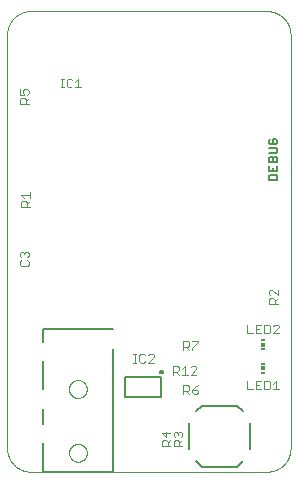
<source format=gto>
G75*
%MOIN*%
%OFA0B0*%
%FSLAX25Y25*%
%IPPOS*%
%LPD*%
%AMOC8*
5,1,8,0,0,1.08239X$1,22.5*
%
%ADD10C,0.00000*%
%ADD11C,0.00300*%
%ADD12R,0.01181X0.00591*%
%ADD13R,0.01181X0.01181*%
%ADD14C,0.00500*%
%ADD15C,0.00600*%
D10*
X0009971Y0009124D02*
X0088711Y0009124D01*
X0088901Y0009126D01*
X0089091Y0009133D01*
X0089281Y0009145D01*
X0089471Y0009161D01*
X0089660Y0009181D01*
X0089849Y0009207D01*
X0090037Y0009236D01*
X0090224Y0009271D01*
X0090410Y0009310D01*
X0090595Y0009353D01*
X0090780Y0009401D01*
X0090963Y0009453D01*
X0091144Y0009509D01*
X0091324Y0009570D01*
X0091503Y0009636D01*
X0091680Y0009705D01*
X0091856Y0009779D01*
X0092029Y0009857D01*
X0092201Y0009940D01*
X0092370Y0010026D01*
X0092538Y0010116D01*
X0092703Y0010211D01*
X0092866Y0010309D01*
X0093026Y0010412D01*
X0093184Y0010518D01*
X0093339Y0010628D01*
X0093492Y0010741D01*
X0093642Y0010859D01*
X0093788Y0010980D01*
X0093932Y0011104D01*
X0094073Y0011232D01*
X0094211Y0011363D01*
X0094346Y0011498D01*
X0094477Y0011636D01*
X0094605Y0011777D01*
X0094729Y0011921D01*
X0094850Y0012067D01*
X0094968Y0012217D01*
X0095081Y0012370D01*
X0095191Y0012525D01*
X0095297Y0012683D01*
X0095400Y0012843D01*
X0095498Y0013006D01*
X0095593Y0013171D01*
X0095683Y0013339D01*
X0095769Y0013508D01*
X0095852Y0013680D01*
X0095930Y0013853D01*
X0096004Y0014029D01*
X0096073Y0014206D01*
X0096139Y0014385D01*
X0096200Y0014565D01*
X0096256Y0014746D01*
X0096308Y0014929D01*
X0096356Y0015114D01*
X0096399Y0015299D01*
X0096438Y0015485D01*
X0096473Y0015672D01*
X0096502Y0015860D01*
X0096528Y0016049D01*
X0096548Y0016238D01*
X0096564Y0016428D01*
X0096576Y0016618D01*
X0096583Y0016808D01*
X0096585Y0016998D01*
X0096585Y0154793D01*
X0096583Y0154983D01*
X0096576Y0155173D01*
X0096564Y0155363D01*
X0096548Y0155553D01*
X0096528Y0155742D01*
X0096502Y0155931D01*
X0096473Y0156119D01*
X0096438Y0156306D01*
X0096399Y0156492D01*
X0096356Y0156677D01*
X0096308Y0156862D01*
X0096256Y0157045D01*
X0096200Y0157226D01*
X0096139Y0157406D01*
X0096073Y0157585D01*
X0096004Y0157762D01*
X0095930Y0157938D01*
X0095852Y0158111D01*
X0095769Y0158283D01*
X0095683Y0158452D01*
X0095593Y0158620D01*
X0095498Y0158785D01*
X0095400Y0158948D01*
X0095297Y0159108D01*
X0095191Y0159266D01*
X0095081Y0159421D01*
X0094968Y0159574D01*
X0094850Y0159724D01*
X0094729Y0159870D01*
X0094605Y0160014D01*
X0094477Y0160155D01*
X0094346Y0160293D01*
X0094211Y0160428D01*
X0094073Y0160559D01*
X0093932Y0160687D01*
X0093788Y0160811D01*
X0093642Y0160932D01*
X0093492Y0161050D01*
X0093339Y0161163D01*
X0093184Y0161273D01*
X0093026Y0161379D01*
X0092866Y0161482D01*
X0092703Y0161580D01*
X0092538Y0161675D01*
X0092370Y0161765D01*
X0092201Y0161851D01*
X0092029Y0161934D01*
X0091856Y0162012D01*
X0091680Y0162086D01*
X0091503Y0162155D01*
X0091324Y0162221D01*
X0091144Y0162282D01*
X0090963Y0162338D01*
X0090780Y0162390D01*
X0090595Y0162438D01*
X0090410Y0162481D01*
X0090224Y0162520D01*
X0090037Y0162555D01*
X0089849Y0162584D01*
X0089660Y0162610D01*
X0089471Y0162630D01*
X0089281Y0162646D01*
X0089091Y0162658D01*
X0088901Y0162665D01*
X0088711Y0162667D01*
X0009971Y0162667D01*
X0009781Y0162665D01*
X0009591Y0162658D01*
X0009401Y0162646D01*
X0009211Y0162630D01*
X0009022Y0162610D01*
X0008833Y0162584D01*
X0008645Y0162555D01*
X0008458Y0162520D01*
X0008272Y0162481D01*
X0008087Y0162438D01*
X0007902Y0162390D01*
X0007719Y0162338D01*
X0007538Y0162282D01*
X0007358Y0162221D01*
X0007179Y0162155D01*
X0007002Y0162086D01*
X0006826Y0162012D01*
X0006653Y0161934D01*
X0006481Y0161851D01*
X0006312Y0161765D01*
X0006144Y0161675D01*
X0005979Y0161580D01*
X0005816Y0161482D01*
X0005656Y0161379D01*
X0005498Y0161273D01*
X0005343Y0161163D01*
X0005190Y0161050D01*
X0005040Y0160932D01*
X0004894Y0160811D01*
X0004750Y0160687D01*
X0004609Y0160559D01*
X0004471Y0160428D01*
X0004336Y0160293D01*
X0004205Y0160155D01*
X0004077Y0160014D01*
X0003953Y0159870D01*
X0003832Y0159724D01*
X0003714Y0159574D01*
X0003601Y0159421D01*
X0003491Y0159266D01*
X0003385Y0159108D01*
X0003282Y0158948D01*
X0003184Y0158785D01*
X0003089Y0158620D01*
X0002999Y0158452D01*
X0002913Y0158283D01*
X0002830Y0158111D01*
X0002752Y0157938D01*
X0002678Y0157762D01*
X0002609Y0157585D01*
X0002543Y0157406D01*
X0002482Y0157226D01*
X0002426Y0157045D01*
X0002374Y0156862D01*
X0002326Y0156677D01*
X0002283Y0156492D01*
X0002244Y0156306D01*
X0002209Y0156119D01*
X0002180Y0155931D01*
X0002154Y0155742D01*
X0002134Y0155553D01*
X0002118Y0155363D01*
X0002106Y0155173D01*
X0002099Y0154983D01*
X0002097Y0154793D01*
X0002097Y0016998D01*
X0002099Y0016808D01*
X0002106Y0016618D01*
X0002118Y0016428D01*
X0002134Y0016238D01*
X0002154Y0016049D01*
X0002180Y0015860D01*
X0002209Y0015672D01*
X0002244Y0015485D01*
X0002283Y0015299D01*
X0002326Y0015114D01*
X0002374Y0014929D01*
X0002426Y0014746D01*
X0002482Y0014565D01*
X0002543Y0014385D01*
X0002609Y0014206D01*
X0002678Y0014029D01*
X0002752Y0013853D01*
X0002830Y0013680D01*
X0002913Y0013508D01*
X0002999Y0013339D01*
X0003089Y0013171D01*
X0003184Y0013006D01*
X0003282Y0012843D01*
X0003385Y0012683D01*
X0003491Y0012525D01*
X0003601Y0012370D01*
X0003714Y0012217D01*
X0003832Y0012067D01*
X0003953Y0011921D01*
X0004077Y0011777D01*
X0004205Y0011636D01*
X0004336Y0011498D01*
X0004471Y0011363D01*
X0004609Y0011232D01*
X0004750Y0011104D01*
X0004894Y0010980D01*
X0005040Y0010859D01*
X0005190Y0010741D01*
X0005343Y0010628D01*
X0005498Y0010518D01*
X0005656Y0010412D01*
X0005816Y0010309D01*
X0005979Y0010211D01*
X0006144Y0010116D01*
X0006312Y0010026D01*
X0006481Y0009940D01*
X0006653Y0009857D01*
X0006826Y0009779D01*
X0007002Y0009705D01*
X0007179Y0009636D01*
X0007358Y0009570D01*
X0007538Y0009509D01*
X0007719Y0009453D01*
X0007902Y0009401D01*
X0008087Y0009353D01*
X0008272Y0009310D01*
X0008458Y0009271D01*
X0008645Y0009236D01*
X0008833Y0009207D01*
X0009022Y0009181D01*
X0009211Y0009161D01*
X0009401Y0009145D01*
X0009591Y0009133D01*
X0009781Y0009126D01*
X0009971Y0009124D01*
X0022766Y0015423D02*
X0022768Y0015531D01*
X0022774Y0015640D01*
X0022784Y0015748D01*
X0022798Y0015855D01*
X0022816Y0015962D01*
X0022837Y0016069D01*
X0022863Y0016174D01*
X0022893Y0016279D01*
X0022926Y0016382D01*
X0022963Y0016484D01*
X0023004Y0016584D01*
X0023048Y0016683D01*
X0023097Y0016781D01*
X0023148Y0016876D01*
X0023203Y0016969D01*
X0023262Y0017061D01*
X0023324Y0017150D01*
X0023389Y0017237D01*
X0023457Y0017321D01*
X0023528Y0017403D01*
X0023602Y0017482D01*
X0023679Y0017558D01*
X0023759Y0017632D01*
X0023842Y0017702D01*
X0023927Y0017770D01*
X0024014Y0017834D01*
X0024104Y0017895D01*
X0024196Y0017953D01*
X0024290Y0018007D01*
X0024386Y0018058D01*
X0024483Y0018105D01*
X0024583Y0018149D01*
X0024684Y0018189D01*
X0024786Y0018225D01*
X0024889Y0018257D01*
X0024994Y0018286D01*
X0025100Y0018310D01*
X0025206Y0018331D01*
X0025313Y0018348D01*
X0025421Y0018361D01*
X0025529Y0018370D01*
X0025638Y0018375D01*
X0025746Y0018376D01*
X0025855Y0018373D01*
X0025963Y0018366D01*
X0026071Y0018355D01*
X0026178Y0018340D01*
X0026285Y0018321D01*
X0026391Y0018298D01*
X0026496Y0018272D01*
X0026601Y0018241D01*
X0026703Y0018207D01*
X0026805Y0018169D01*
X0026905Y0018127D01*
X0027004Y0018082D01*
X0027101Y0018033D01*
X0027195Y0017980D01*
X0027288Y0017924D01*
X0027379Y0017865D01*
X0027468Y0017802D01*
X0027554Y0017737D01*
X0027638Y0017668D01*
X0027719Y0017596D01*
X0027797Y0017521D01*
X0027873Y0017443D01*
X0027946Y0017362D01*
X0028016Y0017279D01*
X0028082Y0017194D01*
X0028146Y0017106D01*
X0028206Y0017015D01*
X0028263Y0016923D01*
X0028316Y0016828D01*
X0028366Y0016732D01*
X0028412Y0016634D01*
X0028455Y0016534D01*
X0028494Y0016433D01*
X0028529Y0016330D01*
X0028561Y0016227D01*
X0028588Y0016122D01*
X0028612Y0016016D01*
X0028632Y0015909D01*
X0028648Y0015802D01*
X0028660Y0015694D01*
X0028668Y0015586D01*
X0028672Y0015477D01*
X0028672Y0015369D01*
X0028668Y0015260D01*
X0028660Y0015152D01*
X0028648Y0015044D01*
X0028632Y0014937D01*
X0028612Y0014830D01*
X0028588Y0014724D01*
X0028561Y0014619D01*
X0028529Y0014516D01*
X0028494Y0014413D01*
X0028455Y0014312D01*
X0028412Y0014212D01*
X0028366Y0014114D01*
X0028316Y0014018D01*
X0028263Y0013923D01*
X0028206Y0013831D01*
X0028146Y0013740D01*
X0028082Y0013652D01*
X0028016Y0013567D01*
X0027946Y0013484D01*
X0027873Y0013403D01*
X0027797Y0013325D01*
X0027719Y0013250D01*
X0027638Y0013178D01*
X0027554Y0013109D01*
X0027468Y0013044D01*
X0027379Y0012981D01*
X0027288Y0012922D01*
X0027196Y0012866D01*
X0027101Y0012813D01*
X0027004Y0012764D01*
X0026905Y0012719D01*
X0026805Y0012677D01*
X0026703Y0012639D01*
X0026601Y0012605D01*
X0026496Y0012574D01*
X0026391Y0012548D01*
X0026285Y0012525D01*
X0026178Y0012506D01*
X0026071Y0012491D01*
X0025963Y0012480D01*
X0025855Y0012473D01*
X0025746Y0012470D01*
X0025638Y0012471D01*
X0025529Y0012476D01*
X0025421Y0012485D01*
X0025313Y0012498D01*
X0025206Y0012515D01*
X0025100Y0012536D01*
X0024994Y0012560D01*
X0024889Y0012589D01*
X0024786Y0012621D01*
X0024684Y0012657D01*
X0024583Y0012697D01*
X0024483Y0012741D01*
X0024386Y0012788D01*
X0024290Y0012839D01*
X0024196Y0012893D01*
X0024104Y0012951D01*
X0024014Y0013012D01*
X0023927Y0013076D01*
X0023842Y0013144D01*
X0023759Y0013214D01*
X0023679Y0013288D01*
X0023602Y0013364D01*
X0023528Y0013443D01*
X0023457Y0013525D01*
X0023389Y0013609D01*
X0023324Y0013696D01*
X0023262Y0013785D01*
X0023203Y0013877D01*
X0023148Y0013970D01*
X0023097Y0014065D01*
X0023048Y0014163D01*
X0023004Y0014262D01*
X0022963Y0014362D01*
X0022926Y0014464D01*
X0022893Y0014567D01*
X0022863Y0014672D01*
X0022837Y0014777D01*
X0022816Y0014884D01*
X0022798Y0014991D01*
X0022784Y0015098D01*
X0022774Y0015206D01*
X0022768Y0015315D01*
X0022766Y0015423D01*
X0022766Y0036683D02*
X0022768Y0036791D01*
X0022774Y0036900D01*
X0022784Y0037008D01*
X0022798Y0037115D01*
X0022816Y0037222D01*
X0022837Y0037329D01*
X0022863Y0037434D01*
X0022893Y0037539D01*
X0022926Y0037642D01*
X0022963Y0037744D01*
X0023004Y0037844D01*
X0023048Y0037943D01*
X0023097Y0038041D01*
X0023148Y0038136D01*
X0023203Y0038229D01*
X0023262Y0038321D01*
X0023324Y0038410D01*
X0023389Y0038497D01*
X0023457Y0038581D01*
X0023528Y0038663D01*
X0023602Y0038742D01*
X0023679Y0038818D01*
X0023759Y0038892D01*
X0023842Y0038962D01*
X0023927Y0039030D01*
X0024014Y0039094D01*
X0024104Y0039155D01*
X0024196Y0039213D01*
X0024290Y0039267D01*
X0024386Y0039318D01*
X0024483Y0039365D01*
X0024583Y0039409D01*
X0024684Y0039449D01*
X0024786Y0039485D01*
X0024889Y0039517D01*
X0024994Y0039546D01*
X0025100Y0039570D01*
X0025206Y0039591D01*
X0025313Y0039608D01*
X0025421Y0039621D01*
X0025529Y0039630D01*
X0025638Y0039635D01*
X0025746Y0039636D01*
X0025855Y0039633D01*
X0025963Y0039626D01*
X0026071Y0039615D01*
X0026178Y0039600D01*
X0026285Y0039581D01*
X0026391Y0039558D01*
X0026496Y0039532D01*
X0026601Y0039501D01*
X0026703Y0039467D01*
X0026805Y0039429D01*
X0026905Y0039387D01*
X0027004Y0039342D01*
X0027101Y0039293D01*
X0027195Y0039240D01*
X0027288Y0039184D01*
X0027379Y0039125D01*
X0027468Y0039062D01*
X0027554Y0038997D01*
X0027638Y0038928D01*
X0027719Y0038856D01*
X0027797Y0038781D01*
X0027873Y0038703D01*
X0027946Y0038622D01*
X0028016Y0038539D01*
X0028082Y0038454D01*
X0028146Y0038366D01*
X0028206Y0038275D01*
X0028263Y0038183D01*
X0028316Y0038088D01*
X0028366Y0037992D01*
X0028412Y0037894D01*
X0028455Y0037794D01*
X0028494Y0037693D01*
X0028529Y0037590D01*
X0028561Y0037487D01*
X0028588Y0037382D01*
X0028612Y0037276D01*
X0028632Y0037169D01*
X0028648Y0037062D01*
X0028660Y0036954D01*
X0028668Y0036846D01*
X0028672Y0036737D01*
X0028672Y0036629D01*
X0028668Y0036520D01*
X0028660Y0036412D01*
X0028648Y0036304D01*
X0028632Y0036197D01*
X0028612Y0036090D01*
X0028588Y0035984D01*
X0028561Y0035879D01*
X0028529Y0035776D01*
X0028494Y0035673D01*
X0028455Y0035572D01*
X0028412Y0035472D01*
X0028366Y0035374D01*
X0028316Y0035278D01*
X0028263Y0035183D01*
X0028206Y0035091D01*
X0028146Y0035000D01*
X0028082Y0034912D01*
X0028016Y0034827D01*
X0027946Y0034744D01*
X0027873Y0034663D01*
X0027797Y0034585D01*
X0027719Y0034510D01*
X0027638Y0034438D01*
X0027554Y0034369D01*
X0027468Y0034304D01*
X0027379Y0034241D01*
X0027288Y0034182D01*
X0027196Y0034126D01*
X0027101Y0034073D01*
X0027004Y0034024D01*
X0026905Y0033979D01*
X0026805Y0033937D01*
X0026703Y0033899D01*
X0026601Y0033865D01*
X0026496Y0033834D01*
X0026391Y0033808D01*
X0026285Y0033785D01*
X0026178Y0033766D01*
X0026071Y0033751D01*
X0025963Y0033740D01*
X0025855Y0033733D01*
X0025746Y0033730D01*
X0025638Y0033731D01*
X0025529Y0033736D01*
X0025421Y0033745D01*
X0025313Y0033758D01*
X0025206Y0033775D01*
X0025100Y0033796D01*
X0024994Y0033820D01*
X0024889Y0033849D01*
X0024786Y0033881D01*
X0024684Y0033917D01*
X0024583Y0033957D01*
X0024483Y0034001D01*
X0024386Y0034048D01*
X0024290Y0034099D01*
X0024196Y0034153D01*
X0024104Y0034211D01*
X0024014Y0034272D01*
X0023927Y0034336D01*
X0023842Y0034404D01*
X0023759Y0034474D01*
X0023679Y0034548D01*
X0023602Y0034624D01*
X0023528Y0034703D01*
X0023457Y0034785D01*
X0023389Y0034869D01*
X0023324Y0034956D01*
X0023262Y0035045D01*
X0023203Y0035137D01*
X0023148Y0035230D01*
X0023097Y0035325D01*
X0023048Y0035423D01*
X0023004Y0035522D01*
X0022963Y0035622D01*
X0022926Y0035724D01*
X0022893Y0035827D01*
X0022863Y0035932D01*
X0022837Y0036037D01*
X0022816Y0036144D01*
X0022798Y0036251D01*
X0022784Y0036358D01*
X0022774Y0036466D01*
X0022768Y0036575D01*
X0022766Y0036683D01*
D11*
X0044226Y0045504D02*
X0045193Y0045504D01*
X0044709Y0045504D02*
X0044709Y0048407D01*
X0044226Y0048407D02*
X0045193Y0048407D01*
X0046190Y0047923D02*
X0046190Y0045988D01*
X0046674Y0045504D01*
X0047641Y0045504D01*
X0048125Y0045988D01*
X0049136Y0045504D02*
X0051071Y0047439D01*
X0051071Y0047923D01*
X0050588Y0048407D01*
X0049620Y0048407D01*
X0049136Y0047923D01*
X0048125Y0047923D02*
X0047641Y0048407D01*
X0046674Y0048407D01*
X0046190Y0047923D01*
X0049136Y0045504D02*
X0051071Y0045504D01*
X0057384Y0044410D02*
X0057384Y0041507D01*
X0057384Y0042475D02*
X0058835Y0042475D01*
X0059319Y0042958D01*
X0059319Y0043926D01*
X0058835Y0044410D01*
X0057384Y0044410D01*
X0058352Y0042475D02*
X0059319Y0041507D01*
X0060331Y0041507D02*
X0062266Y0041507D01*
X0061298Y0041507D02*
X0061298Y0044410D01*
X0060331Y0043442D01*
X0063277Y0043926D02*
X0063761Y0044410D01*
X0064728Y0044410D01*
X0065212Y0043926D01*
X0065212Y0043442D01*
X0063277Y0041507D01*
X0065212Y0041507D01*
X0065744Y0037973D02*
X0064776Y0037489D01*
X0063809Y0036521D01*
X0065260Y0036521D01*
X0065744Y0036038D01*
X0065744Y0035554D01*
X0065260Y0035070D01*
X0064292Y0035070D01*
X0063809Y0035554D01*
X0063809Y0036521D01*
X0062797Y0036521D02*
X0062797Y0037489D01*
X0062313Y0037973D01*
X0060862Y0037973D01*
X0060862Y0035070D01*
X0060862Y0036038D02*
X0062313Y0036038D01*
X0062797Y0036521D01*
X0061830Y0036038D02*
X0062797Y0035070D01*
X0059987Y0022482D02*
X0059503Y0022482D01*
X0059020Y0021999D01*
X0059020Y0021515D01*
X0059020Y0021999D02*
X0058536Y0022482D01*
X0058052Y0022482D01*
X0057568Y0021999D01*
X0057568Y0021031D01*
X0058052Y0020547D01*
X0058052Y0019536D02*
X0057568Y0019052D01*
X0057568Y0017601D01*
X0060471Y0017601D01*
X0059503Y0017601D02*
X0059503Y0019052D01*
X0059020Y0019536D01*
X0058052Y0019536D01*
X0059503Y0018568D02*
X0060471Y0019536D01*
X0059987Y0020547D02*
X0060471Y0021031D01*
X0060471Y0021999D01*
X0059987Y0022482D01*
X0056534Y0021999D02*
X0053631Y0021999D01*
X0055083Y0020547D01*
X0055083Y0022482D01*
X0055083Y0019536D02*
X0054115Y0019536D01*
X0053631Y0019052D01*
X0053631Y0017601D01*
X0056534Y0017601D01*
X0055566Y0017601D02*
X0055566Y0019052D01*
X0055083Y0019536D01*
X0055566Y0018568D02*
X0056534Y0019536D01*
X0060862Y0049834D02*
X0060862Y0052736D01*
X0062313Y0052736D01*
X0062797Y0052253D01*
X0062797Y0051285D01*
X0062313Y0050801D01*
X0060862Y0050801D01*
X0061830Y0050801D02*
X0062797Y0049834D01*
X0063809Y0049834D02*
X0063809Y0050318D01*
X0065744Y0052253D01*
X0065744Y0052736D01*
X0063809Y0052736D01*
X0081997Y0055287D02*
X0083932Y0055287D01*
X0084943Y0055287D02*
X0086878Y0055287D01*
X0087890Y0055287D02*
X0089341Y0055287D01*
X0089825Y0055770D01*
X0089825Y0057705D01*
X0089341Y0058189D01*
X0087890Y0058189D01*
X0087890Y0055287D01*
X0085911Y0056738D02*
X0084943Y0056738D01*
X0084943Y0058189D02*
X0084943Y0055287D01*
X0084943Y0058189D02*
X0086878Y0058189D01*
X0090836Y0057705D02*
X0091320Y0058189D01*
X0092287Y0058189D01*
X0092771Y0057705D01*
X0092771Y0057222D01*
X0090836Y0055287D01*
X0092771Y0055287D01*
X0092293Y0064936D02*
X0089390Y0064936D01*
X0089390Y0066387D01*
X0089874Y0066871D01*
X0090842Y0066871D01*
X0091325Y0066387D01*
X0091325Y0064936D01*
X0091325Y0065904D02*
X0092293Y0066871D01*
X0092293Y0067883D02*
X0090358Y0069818D01*
X0089874Y0069818D01*
X0089390Y0069334D01*
X0089390Y0068366D01*
X0089874Y0067883D01*
X0092293Y0067883D02*
X0092293Y0069818D01*
X0081997Y0058189D02*
X0081997Y0055287D01*
X0081997Y0039488D02*
X0081997Y0036586D01*
X0083932Y0036586D01*
X0084943Y0036586D02*
X0086878Y0036586D01*
X0087890Y0036586D02*
X0089341Y0036586D01*
X0089825Y0037070D01*
X0089825Y0039005D01*
X0089341Y0039488D01*
X0087890Y0039488D01*
X0087890Y0036586D01*
X0085911Y0038037D02*
X0084943Y0038037D01*
X0084943Y0039488D02*
X0084943Y0036586D01*
X0084943Y0039488D02*
X0086878Y0039488D01*
X0090836Y0038521D02*
X0091804Y0039488D01*
X0091804Y0036586D01*
X0092771Y0036586D02*
X0090836Y0036586D01*
X0026810Y0137227D02*
X0024875Y0137227D01*
X0025842Y0137227D02*
X0025842Y0140129D01*
X0024875Y0139162D01*
X0023863Y0139645D02*
X0023379Y0140129D01*
X0022412Y0140129D01*
X0021928Y0139645D01*
X0021928Y0137711D01*
X0022412Y0137227D01*
X0023379Y0137227D01*
X0023863Y0137711D01*
X0020931Y0137227D02*
X0019964Y0137227D01*
X0020448Y0137227D02*
X0020448Y0140129D01*
X0020931Y0140129D02*
X0019964Y0140129D01*
X0009290Y0136172D02*
X0009290Y0135204D01*
X0008806Y0134721D01*
X0007839Y0134721D02*
X0007355Y0135688D01*
X0007355Y0136172D01*
X0007839Y0136656D01*
X0008806Y0136656D01*
X0009290Y0136172D01*
X0007839Y0134721D02*
X0006387Y0134721D01*
X0006387Y0136656D01*
X0006871Y0133709D02*
X0006387Y0133225D01*
X0006387Y0131774D01*
X0009290Y0131774D01*
X0008322Y0131774D02*
X0008322Y0133225D01*
X0007839Y0133709D01*
X0006871Y0133709D01*
X0008322Y0132741D02*
X0009290Y0133709D01*
X0009616Y0102298D02*
X0009616Y0100363D01*
X0009616Y0101330D02*
X0006713Y0101330D01*
X0007681Y0100363D01*
X0007197Y0099351D02*
X0008165Y0099351D01*
X0008648Y0098868D01*
X0008648Y0097416D01*
X0009616Y0097416D02*
X0006713Y0097416D01*
X0006713Y0098868D01*
X0007197Y0099351D01*
X0008648Y0098384D02*
X0009616Y0099351D01*
X0008806Y0082522D02*
X0009290Y0082038D01*
X0009290Y0081070D01*
X0008806Y0080587D01*
X0008806Y0079575D02*
X0009290Y0079091D01*
X0009290Y0078124D01*
X0008806Y0077640D01*
X0006871Y0077640D01*
X0006387Y0078124D01*
X0006387Y0079091D01*
X0006871Y0079575D01*
X0006871Y0080587D02*
X0006387Y0081070D01*
X0006387Y0082038D01*
X0006871Y0082522D01*
X0007355Y0082522D01*
X0007839Y0082038D01*
X0008322Y0082522D01*
X0008806Y0082522D01*
X0007839Y0082038D02*
X0007839Y0081554D01*
D12*
X0087333Y0052923D03*
X0087333Y0049970D03*
X0087333Y0045049D03*
X0087333Y0042096D03*
D13*
X0087333Y0043573D03*
X0087333Y0051447D03*
D14*
X0078869Y0031171D02*
X0067058Y0031171D01*
X0065089Y0029203D01*
X0062727Y0025266D02*
X0062727Y0016604D01*
X0065089Y0012667D02*
X0067058Y0010699D01*
X0078869Y0010699D01*
X0080837Y0012667D01*
X0083200Y0016604D02*
X0083200Y0025266D01*
X0080837Y0029203D02*
X0078869Y0031171D01*
X0037530Y0050069D02*
X0037530Y0009124D01*
X0013908Y0009124D01*
X0013908Y0018573D01*
X0013908Y0024872D02*
X0013908Y0029990D01*
X0013908Y0036683D02*
X0013908Y0046132D01*
X0013908Y0052431D02*
X0013908Y0056762D01*
X0037530Y0056762D01*
D15*
X0041467Y0040791D02*
X0053278Y0040791D01*
X0053278Y0033915D01*
X0041467Y0033915D01*
X0041467Y0040791D01*
X0053160Y0042368D02*
X0053162Y0042411D01*
X0053168Y0042453D01*
X0053178Y0042494D01*
X0053191Y0042535D01*
X0053208Y0042573D01*
X0053229Y0042611D01*
X0053253Y0042646D01*
X0053280Y0042679D01*
X0053310Y0042709D01*
X0053343Y0042736D01*
X0053378Y0042760D01*
X0053416Y0042781D01*
X0053454Y0042798D01*
X0053495Y0042811D01*
X0053536Y0042821D01*
X0053578Y0042827D01*
X0053621Y0042829D01*
X0053664Y0042827D01*
X0053706Y0042821D01*
X0053747Y0042811D01*
X0053788Y0042798D01*
X0053826Y0042781D01*
X0053864Y0042760D01*
X0053899Y0042736D01*
X0053932Y0042709D01*
X0053962Y0042679D01*
X0053989Y0042646D01*
X0054013Y0042611D01*
X0054034Y0042573D01*
X0054051Y0042535D01*
X0054064Y0042494D01*
X0054074Y0042453D01*
X0054080Y0042411D01*
X0054082Y0042368D01*
X0054080Y0042325D01*
X0054074Y0042283D01*
X0054064Y0042242D01*
X0054051Y0042201D01*
X0054034Y0042163D01*
X0054013Y0042125D01*
X0053989Y0042090D01*
X0053962Y0042057D01*
X0053932Y0042027D01*
X0053899Y0042000D01*
X0053864Y0041976D01*
X0053826Y0041955D01*
X0053788Y0041938D01*
X0053747Y0041925D01*
X0053706Y0041915D01*
X0053664Y0041909D01*
X0053621Y0041907D01*
X0053578Y0041909D01*
X0053536Y0041915D01*
X0053495Y0041925D01*
X0053454Y0041938D01*
X0053416Y0041955D01*
X0053378Y0041976D01*
X0053343Y0042000D01*
X0053310Y0042027D01*
X0053280Y0042057D01*
X0053253Y0042090D01*
X0053229Y0042125D01*
X0053208Y0042163D01*
X0053191Y0042201D01*
X0053178Y0042242D01*
X0053168Y0042283D01*
X0053162Y0042325D01*
X0053160Y0042368D01*
X0089436Y0106407D02*
X0089436Y0107709D01*
X0089870Y0108142D01*
X0091604Y0108142D01*
X0092038Y0107709D01*
X0092038Y0106407D01*
X0089436Y0106407D01*
X0089436Y0109354D02*
X0092038Y0109354D01*
X0092038Y0111089D01*
X0092038Y0112301D02*
X0092038Y0113602D01*
X0091604Y0114035D01*
X0091171Y0114035D01*
X0090737Y0113602D01*
X0090737Y0112301D01*
X0090737Y0113602D02*
X0090303Y0114035D01*
X0089870Y0114035D01*
X0089436Y0113602D01*
X0089436Y0112301D01*
X0092038Y0112301D01*
X0090737Y0110221D02*
X0090737Y0109354D01*
X0089436Y0109354D02*
X0089436Y0111089D01*
X0089436Y0115247D02*
X0091604Y0115247D01*
X0092038Y0115681D01*
X0092038Y0116548D01*
X0091604Y0116982D01*
X0089436Y0116982D01*
X0089870Y0118194D02*
X0091604Y0118194D01*
X0092038Y0118627D01*
X0092038Y0119495D01*
X0091604Y0119928D01*
X0090737Y0119928D01*
X0090737Y0119061D01*
X0089870Y0119928D02*
X0089436Y0119495D01*
X0089436Y0118627D01*
X0089870Y0118194D01*
M02*

</source>
